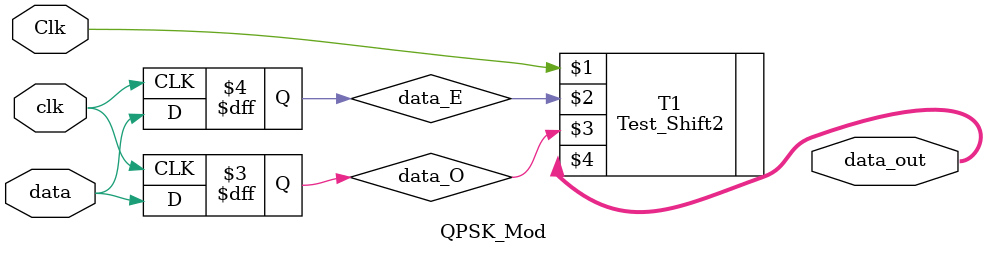
<source format=v>
module QPSK_Mod(data,clk,Clk,data_out);

input data,clk,Clk;
output [10:0]data_out;

reg data_O,data_E;

always@(posedge clk)
begin
	data_E <= data;
end

always@(negedge clk)
begin
	data_O <= data;
end
	
Test_Shift2 T1(Clk,data_E,data_O,data_out);
	
endmodule  

</source>
